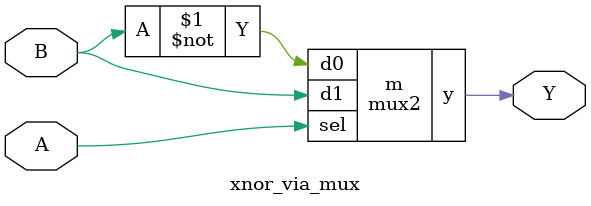
<source format=v>
module mux2 (
	input  wire sel,
	input  wire d0,
	input  wire d1,
	output wire y
);
	assign y = sel ? d1 : d0;
endmodule

// AND:(A & B)
module and_via_mux(input A, input B, output Y);
mux2 m(.sel(A), .d0(1'b0), .d1(B), .y(Y));
endmodule

// OR:(A | B)
module or_via_mux(input A, input B, output Y);
  mux2 m(.sel(A), .d0(B), .d1(1'b1), .y(Y));
endmodule

// NAND: ~(A & B)
module nand_via_mux(input A, input B, output Y);
  mux2 m(.sel(A), .d0(1'b1), .d1(~B), .y(Y));
endmodule

// NOR: ~(A | B)
module nor_via_mux(input A, input B, output Y);
  mux2 m(.sel(A), .d0(~B), .d1(1'b0), .y(Y));
endmodule

// XOR: A ^ B
module xor_via_mux(input A, input B, output Y);
  mux2 m(.sel(A), .d0(B), .d1(~B), .y(Y));
endmodule

// XNOR: A ~^ B
module xnor_via_mux(input A, input B, output Y);
  mux2 m(.sel(A), .d0(~B), .d1(B), .y(Y));
endmodule


</source>
